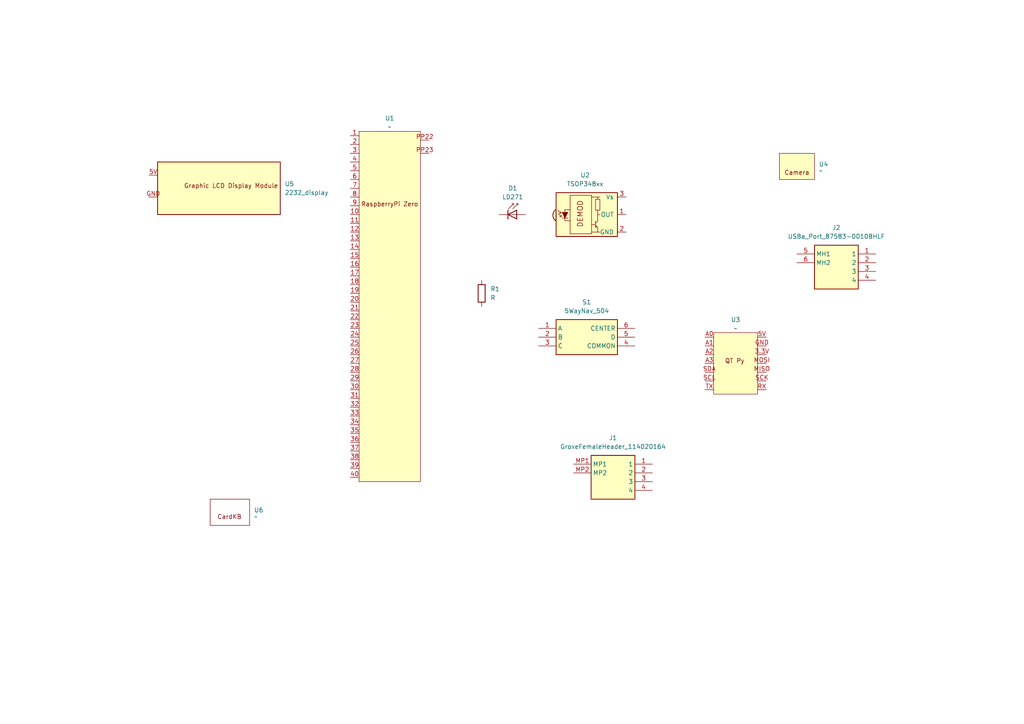
<source format=kicad_sch>
(kicad_sch (version 20231120) (generator "eeschema") (generator_version "8.0")
  (paper "A4")
  (lib_symbols
    (symbol "Device:R" (pin_numbers hide) (pin_names (offset 0))
      (property "Reference" "R" (at 2.032 0 90))
      (property "Value" "R" (at 0 0 90))
      (symbol "R_0_1"
        (rectangle (start -1.016 -2.54) (end 1.016 2.54) (stroke (width 0.254)))
      )
      (symbol "R_1_1"
        (pin passive line (at 0 3.81 270) (length 1.27) (name "~") (number "1"))
        (pin passive line (at 0 -3.81 90) (length 1.27) (name "~") (number "2"))
      )
    )
    (symbol "Interface_Optical:TSOP348xx" (pin_names (offset 1.016))
      (property "Reference" "U" (at -10.16 7.62 0))
      (property "Value" "TSOP348xx" (at -10.16 -7.62 0))
      (symbol "TSOP348xx_0_0"
        (arc (start -10.287 1.397) (mid -11.0899 -0.1852) (end -10.287 -1.778) (stroke (width 0.254)) (fill (type background)))
        (polyline (pts (xy 1.905 -5.08) (xy 0.127 -5.08)))
        (polyline (pts (xy 1.905 5.08) (xy 0.127 5.08)))
        (text "DEMOD" (at -3.175 0.254 900) (effects (font (size 1.524 1.524))))
      )
      (symbol "TSOP348xx_0_1"
        (rectangle (start -6.096 5.588) (end 0.127 -5.588))
        (polyline (pts (xy -8.763 0.381) (xy -9.652 1.27)))
        (polyline (pts (xy -8.763 0.381) (xy -9.271 0.381)))
        (polyline (pts (xy -8.763 0.381) (xy -8.763 0.889)))
        (polyline (pts (xy -8.636 -0.635) (xy -9.525 0.254)))
        (polyline (pts (xy -8.636 -0.635) (xy -9.144 -0.635)))
        (polyline (pts (xy -8.636 -0.635) (xy -8.636 -0.127)))
        (polyline (pts (xy -8.382 -1.016) (xy -6.731 -1.016)))
        (polyline (pts (xy 1.27 -2.921) (xy 0.127 -2.921)))
        (polyline (pts (xy 1.27 -1.905) (xy 1.27 -3.81)))
        (polyline (pts (xy 1.397 -3.556) (xy 1.524 -3.556)))
        (polyline (pts (xy 1.651 -3.556) (xy 1.524 -3.556)))
        (polyline (pts (xy 1.651 -3.556) (xy 1.651 -3.302)))
        (polyline (pts (xy 1.905 0) (xy 1.905 1.27)))
        (polyline (pts (xy 1.905 4.445) (xy 1.905 5.08) (xy 2.54 5.08)))
        (polyline (pts (xy -8.382 0.635) (xy -6.731 0.635) (xy -7.62 -1.016) (xy -8.382 0.635)) (fill (type outline)))
        (polyline (pts (xy -6.096 1.397) (xy -7.62 1.397) (xy -7.62 -1.778) (xy -6.096 -1.778)))
        (polyline (pts (xy 1.27 -3.175) (xy 1.905 -3.81) (xy 1.905 -5.08) (xy 2.54 -5.08)))
        (polyline (pts (xy 1.27 -2.54) (xy 1.905 -1.905) (xy 1.905 0) (xy 2.54 0)))
        (rectangle (start 2.54 1.27) (end 1.27 4.445))
        (rectangle (start 7.62 6.35) (end -10.16 -6.35) (stroke (width 0.254)) (fill (type background)))
      )
      (symbol "TSOP348xx_1_1"
        (pin output line (at 10.16 0 180) (length 2.54) (name "OUT") (number "1"))
        (pin power_in line (at 10.16 -5.08 180) (length 2.54) (name "GND") (number "2"))
        (pin power_in line (at 10.16 5.08 180) (length 2.54) (name "Vs") (number "3"))
      )
    )
    (symbol "LED:LD271" (pin_numbers hide) (pin_names (offset 1.016) hide)
      (property "Reference" "D" (at 0.508 1.778 0))
      (property "Value" "LD271" (at -1.016 -2.794 0))
      (symbol "LD271_0_1"
        (polyline (pts (xy -2.54 1.27) (xy -2.54 -1.27)) (stroke (width 0.254)))
        (polyline (pts (xy 0 0) (xy -2.54 0)))
        (polyline (pts (xy 0.381 3.175) (xy -0.127 3.175)))
        (polyline (pts (xy -1.143 1.651) (xy 0.381 3.175) (xy 0.381 2.667)))
        (polyline (pts (xy 0 -1.27) (xy -2.54 0) (xy 0 1.27) (xy 0 -1.27)) (stroke (width 0.254)))
        (polyline (pts (xy -2.413 1.651) (xy -0.889 3.175) (xy -0.889 2.667) (xy -0.889 3.175) (xy -1.397 3.175)))
      )
      (symbol "LD271_1_1"
        (pin passive line (at -5.08 0 0) (length 2.54) (name "K") (number "1"))
        (pin passive line (at 2.54 0 180) (length 2.54) (name "A") (number "2"))
      )
    )
    (symbol "Whackberry_Symbols_Library:2232_display" (pin_names (offset 1.016))
      (property "Reference" "U" (at -17.78 8.382 0))
      (property "Value" "2232_display" (at -17.78 -8.382 0))
      (symbol "2232_display_0_0"
        (rectangle (start -17.78 -7.62) (end 17.78 7.62) (stroke (width 0.254)) (fill (type background)))
        (text "Graphic LCD Display Module" (at -10.16 0 0) (effects (font (size 1.27 1.27)) (justify left bottom)))
      )
      (symbol "2232_display_1_1"
        (pin bidirectional line (at -20.32 3.81 0) (length 2.54) (name "") (number "5V"))
        (pin bidirectional line (at -20.32 -2.54 0) (length 2.54) (name "") (number "GND"))
      )
    )
    (symbol "Whackberry_Symbols_Library:5WayNav_504"
      (property "Reference" "S" (at 24.13 7.62 0))
      (property "Value" "5WayNav_504" (at 24.13 5.08 0))
      (symbol "5WayNav_504_1_1"
        (rectangle (start 5.08 2.54) (end 22.86 -7.62) (stroke (width 0.254)) (fill (type background)))
        (pin passive line (at 0 0 0) (length 5.08) (name "A") (number "1"))
        (pin passive line (at 0 -2.54 0) (length 5.08) (name "B") (number "2"))
        (pin passive line (at 0 -5.08 0) (length 5.08) (name "C") (number "3"))
        (pin passive line (at 27.94 -5.08 180) (length 5.08) (name "COMMON") (number "4"))
        (pin passive line (at 27.94 -2.54 180) (length 5.08) (name "D") (number "5"))
        (pin passive line (at 27.94 0 180) (length 5.08) (name "CENTER") (number "6"))
      )
    )
    (symbol "Whackberry_Symbols_Library:Camera"
      (property "Reference" "U" (at 0 0 0))
      (symbol "Camera_1_1"
        (rectangle (start -5.08 3.81) (end 5.08 -3.81) (fill (type background)))
        (text "Camera" (at 0 -1.778 0) (effects (font (size 1.27 1.27))))
      )
    )
    (symbol "Whackberry_Symbols_Library:GroveFemaleHeader_114020164"
      (property "Reference" "J" (at 19.05 7.62 0))
      (property "Value" "GroveFemaleHeader_114020164" (at 19.05 5.08 0))
      (symbol "GroveFemaleHeader_114020164_1_1"
        (rectangle (start 5.08 2.54) (end 17.78 -10.16) (stroke (width 0.254)) (fill (type background)))
        (pin passive line (at 22.86 0 180) (length 5.08) (name "1") (number "1"))
        (pin passive line (at 22.86 -2.54 180) (length 5.08) (name "2") (number "2"))
        (pin passive line (at 22.86 -5.08 180) (length 5.08) (name "3") (number "3"))
        (pin passive line (at 22.86 -7.62 180) (length 5.08) (name "4") (number "4"))
        (pin passive line (at 0 0 0) (length 5.08) (name "MP1") (number "MP1"))
        (pin passive line (at 0 -2.54 0) (length 5.08) (name "MP2") (number "MP2"))
      )
    )
    (symbol "Whackberry_Symbols_Library:KardKB"
      (property "Reference" "U?" (at 0 0 0))
      (symbol "KardKB_0_1"
        (rectangle (start -3.81 2.54) (end 7.62 -5.08))
      )
      (symbol "KardKB_1_1"
        (text "CardKB" (at 1.778 -2.54 0) (effects (font (size 1.27 1.27))))
      )
    )
    (symbol "Whackberry_Symbols_Library:QTPy"
      (property "Reference" "U?" (at 0 0 0))
      (symbol "QTPy_1_1"
        (rectangle (start -6.35 -3.81) (end 6.35 -21.59) (fill (type background)))
        (text "QT Py" (at -0.254 -11.938 0) (effects (font (size 1.27 1.27))))
        (pin bidirectional line (at 8.89 -10.16 180) (length 2.54) (name "") (number "3.3V"))
        (pin bidirectional line (at 8.89 -5.08 180) (length 2.54) (name "") (number "5V"))
        (pin bidirectional line (at -8.89 -5.08 0) (length 2.54) (name "") (number "A0"))
        (pin bidirectional line (at -8.89 -7.62 0) (length 2.54) (name "") (number "A1"))
        (pin bidirectional line (at -8.89 -10.16 0) (length 2.54) (name "") (number "A2"))
        (pin bidirectional line (at -8.89 -12.7 0) (length 2.54) (name "") (number "A3"))
        (pin bidirectional line (at 8.89 -7.62 180) (length 2.54) (name "") (number "GND"))
        (pin bidirectional line (at 8.89 -15.24 180) (length 2.54) (name "") (number "MISO"))
        (pin bidirectional line (at 8.89 -12.7 180) (length 2.54) (name "") (number "MOSI"))
        (pin bidirectional line (at 8.89 -20.32 180) (length 2.54) (name "") (number "RX"))
        (pin bidirectional line (at 8.89 -17.78 180) (length 2.54) (name "") (number "SCK"))
        (pin bidirectional line (at -8.89 -17.78 0) (length 2.54) (name "") (number "SCL"))
        (pin bidirectional line (at -8.89 -15.24 0) (length 2.54) (name "") (number "SDA"))
        (pin bidirectional line (at -8.89 -20.32 0) (length 2.54) (name "") (number "TX"))
      )
    )
    (symbol "Whackberry_Symbols_Library:RPi_Zero"
      (property "Reference" "U" (at 0 0 0))
      (symbol "RPi_Zero_1_1"
        (rectangle (start -3.81 -1.27) (end 13.97 -102.87) (fill (type background)))
        (text "RaspberryPi Zero" (at 5.08 -22.352 0) (effects (font (size 1.27 1.27))))
        (pin bidirectional line (at -6.35 -2.54 0) (length 2.54) (name "") (number "1"))
        (pin bidirectional line (at -6.35 -25.4 0) (length 2.54) (name "") (number "10"))
        (pin bidirectional line (at -6.35 -27.94 0) (length 2.54) (name "") (number "11"))
        (pin bidirectional line (at -6.35 -30.48 0) (length 2.54) (name "") (number "12"))
        (pin bidirectional line (at -6.35 -33.02 0) (length 2.54) (name "") (number "13"))
        (pin bidirectional line (at -6.35 -35.56 0) (length 2.54) (name "") (number "14"))
        (pin bidirectional line (at -6.35 -38.1 0) (length 2.54) (name "") (number "15"))
        (pin bidirectional line (at -6.35 -40.64 0) (length 2.54) (name "") (number "16"))
        (pin bidirectional line (at -6.35 -43.18 0) (length 2.54) (name "") (number "17"))
        (pin bidirectional line (at -6.35 -45.72 0) (length 2.54) (name "") (number "18"))
        (pin bidirectional line (at -6.35 -48.26 0) (length 2.54) (name "") (number "19"))
        (pin bidirectional line (at -6.35 -5.08 0) (length 2.54) (name "") (number "2"))
        (pin bidirectional line (at -6.35 -50.8 0) (length 2.54) (name "") (number "20"))
        (pin bidirectional line (at -6.35 -53.34 0) (length 2.54) (name "") (number "21"))
        (pin bidirectional line (at -6.35 -55.88 0) (length 2.54) (name "") (number "22"))
        (pin bidirectional line (at -6.35 -58.42 0) (length 2.54) (name "") (number "23"))
        (pin bidirectional line (at -6.35 -60.96 0) (length 2.54) (name "") (number "24"))
        (pin bidirectional line (at -6.35 -63.5 0) (length 2.54) (name "") (number "25"))
        (pin bidirectional line (at -6.35 -66.04 0) (length 2.54) (name "") (number "26"))
        (pin bidirectional line (at -6.35 -68.58 0) (length 2.54) (name "") (number "27"))
        (pin bidirectional line (at -6.35 -71.12 0) (length 2.54) (name "") (number "28"))
        (pin bidirectional line (at -6.35 -73.66 0) (length 2.54) (name "") (number "29"))
        (pin bidirectional line (at -6.35 -7.62 0) (length 2.54) (name "") (number "3"))
        (pin bidirectional line (at -6.35 -76.2 0) (length 2.54) (name "") (number "30"))
        (pin bidirectional line (at -6.35 -78.74 0) (length 2.54) (name "") (number "31"))
        (pin bidirectional line (at -6.35 -81.28 0) (length 2.54) (name "") (number "32"))
        (pin bidirectional line (at -6.35 -83.82 0) (length 2.54) (name "") (number "33"))
        (pin bidirectional line (at -6.35 -86.36 0) (length 2.54) (name "") (number "34"))
        (pin bidirectional line (at -6.35 -88.9 0) (length 2.54) (name "") (number "35"))
        (pin bidirectional line (at -6.35 -91.44 0) (length 2.54) (name "") (number "36"))
        (pin bidirectional line (at -6.35 -93.98 0) (length 2.54) (name "") (number "37"))
        (pin bidirectional line (at -6.35 -96.52 0) (length 2.54) (name "") (number "38"))
        (pin bidirectional line (at -6.35 -99.06 0) (length 2.54) (name "") (number "39"))
        (pin bidirectional line (at -6.35 -10.16 0) (length 2.54) (name "") (number "4"))
        (pin bidirectional line (at -6.35 -101.6 0) (length 2.54) (name "") (number "40"))
        (pin bidirectional line (at -6.35 -12.7 0) (length 2.54) (name "") (number "5"))
        (pin bidirectional line (at -6.35 -15.24 0) (length 2.54) (name "") (number "6"))
        (pin bidirectional line (at -6.35 -17.78 0) (length 2.54) (name "") (number "7"))
        (pin bidirectional line (at -6.35 -20.32 0) (length 2.54) (name "") (number "8"))
        (pin bidirectional line (at -6.35 -22.86 0) (length 2.54) (name "") (number "9"))
        (pin bidirectional line (at 16.51 -3.81 180) (length 2.54) (name "") (number "PP22"))
        (pin bidirectional line (at 16.51 -7.62 180) (length 2.54) (name "") (number "PP23"))
      )
    )
    (symbol "Whackberry_Symbols_Library:USBa_Port_87583-0010BHLF"
      (property "Reference" "J" (at 19.05 7.62 0))
      (property "Value" "USBa_Port_87583-0010BHLF" (at 19.05 5.08 0))
      (symbol "USBa_Port_87583-0010BHLF_1_1"
        (rectangle (start 5.08 2.54) (end 17.78 -10.16) (stroke (width 0.254)) (fill (type background)))
        (pin passive line (at 22.86 0 180) (length 5.08) (name "1") (number "1"))
        (pin passive line (at 22.86 -2.54 180) (length 5.08) (name "2") (number "2"))
        (pin passive line (at 22.86 -5.08 180) (length 5.08) (name "3") (number "3"))
        (pin passive line (at 22.86 -7.62 180) (length 5.08) (name "4") (number "4"))
        (pin passive line (at 0 0 0) (length 5.08) (name "MH1") (number "5"))
        (pin passive line (at 0 -2.54 0) (length 5.08) (name "MH2") (number "6"))
      )
    )
  )
  (symbol (lib_id "Device:R") (at 139.7 85.09 0) (unit 1)
    (property "Reference" "R1" (at 142.24 83.8199 0) (effects (justify left)))
    (property "Value" "R" (at 142.24 86.3599 0) (effects (justify left)))
    (property "Description" "Resistor" (effects (hide yes)))
  )
  (symbol (lib_id "Whackberry_Symbols_Library:USBa_Port_87583-0010BHLF") (at 231.14 73.66 0) (unit 1)
    (property "Reference" "J2" (at 242.57 66.04 0))
    (property "Value" "USBa_Port_87583-0010BHLF" (at 242.57 68.58 0))
    (property "Footprint" "Whackberry_Parts_Library:USBa_Port_875830010BHLF" (effects (hide yes)))
    (property "Datasheet" "https://cdn.amphenol-cs.com/media/wysiwyg/files/documentation/datasheet/ssio/ssio_pcie_gen3.pdf" (effects (hide yes)))
    (property "Description" "USB 2.0, Input Output Connectors, Receptacle, Type A, Standard, Right Angle, Surface Mount, Single Deck, 4 Positions" (effects (hide yes)))
    (property "Height" "7.94" (effects (hide yes)))
    (property "Manufacturer_Name" "Amphenol Communications Solutions" (effects (hide yes)))
    (property "Manufacturer_Part_Number" "87583-0010BHLF" (effects (hide yes)))
  )
  (symbol (lib_id "Whackberry_Symbols_Library:Camera") (at 231.14 48.26 0) (unit 1)
    (property "Reference" "U4" (at 237.49 47.6249 0) (effects (justify left)))
    (property "Value" "~" (at 237.49 49.53 0) (effects (justify left)))
    (property "Footprint" "Whackberry_Parts_Library:Camera" (effects (hide yes)))
  )
  (symbol (lib_id "LED:LD271") (at 149.86 62.23 0) (unit 1)
    (property "Reference" "D1" (at 148.717 54.61 0))
    (property "Value" "LD271" (at 148.717 57.15 0))
    (property "Footprint" "LED_THT:LED_D5.0mm_IRGrey" (effects (hide yes)))
    (property "Datasheet" "http://www.alliedelec.com/m/d/40788c34903a719969df15f1fbea1056.pdf" (effects (hide yes)))
    (property "Description" "940nm IR-LED, 5mm" (effects (hide yes)))
  )
  (symbol (lib_id "Whackberry_Symbols_Library:RPi_Zero") (at 107.95 36.83 0) (unit 1)
    (property "Reference" "U1" (at 113.03 34.29 0))
    (property "Value" "~" (at 113.03 36.83 0))
    (property "Footprint" "Whackberry_Parts_Library:Modified_Raspberry_Pi_Zero_Socketed_THT_FaceDown_MountingHoles" (effects (hide yes)))
  )
  (symbol (lib_id "Whackberry_Symbols_Library:KardKB") (at 64.77 147.32 0) (unit 1)
    (property "Reference" "U6" (at 73.66 147.9549 0) (effects (justify left)))
    (property "Value" "~" (at 73.66 149.86 0) (effects (justify left)))
    (property "Footprint" "Whackberry_Parts_Library:CardKB" (effects (hide yes)))
  )
  (symbol (lib_id "Whackberry_Symbols_Library:GroveFemaleHeader_114020164") (at 166.37 134.62 0) (unit 1)
    (property "Reference" "J1" (at 177.8 127 0))
    (property "Value" "GroveFemaleHeader_114020164" (at 177.8 129.54 0))
    (property "Footprint" "Whackberry_Parts_Library:GroveFemaleHeader_114020164" (effects (hide yes)))
    (property "Datasheet" "https://files.seeedstudio.com/products/114020164/res/Grove%20Female%20Header%20-%20SMD-4P-2.0mm-90D%20Datasheet.pdf" (effects (hide yes)))
    (property "Description" "Seeed Studio Accessories Grove Female Header - SMD-4P-2.0mm-90D-20Pcs" (effects (hide yes)))
    (property "Height" "5.45" (effects (hide yes)))
    (property "Mouser Part Number" "713-114020164" (effects (hide yes)))
    (property "Mouser Price/Stock" "https://www.mouser.co.uk/ProductDetail/Seeed-Studio/114020164?qs=7MVldsJ5Uayw%2FOfizq4F8w%3D%3D" (effects (hide yes)))
    (property "Manufacturer_Name" "Seeed Studio" (effects (hide yes)))
    (property "Manufacturer_Part_Number" "114020164" (effects (hide yes)))
  )
  (symbol (lib_id "Interface_Optical:TSOP348xx") (at 171.45 62.23 0) (unit 1)
    (property "Reference" "U2" (at 169.715 50.8 0))
    (property "Value" "TSOP348xx" (at 169.715 53.34 0))
    (property "Footprint" "OptoDevice:Vishay_MOLD-3Pin" (effects (hide yes)))
    (property "Datasheet" "https://www.vishay.com/docs/82489/tsop322.pdf" (effects (hide yes)))
    (property "Description" "IR Receiver Modules for Remote Control Systems" (effects (hide yes)))
  )
  (symbol (lib_id "Whackberry_Symbols_Library:QTPy") (at 213.36 92.71 0) (unit 1)
    (property "Reference" "U3" (at 213.36 92.71 0))
    (property "Value" "~" (at 213.36 95.25 0))
    (property "Footprint" "Whackberry_Parts_Library:QT_Py" (effects (hide yes)))
  )
  (symbol (lib_id "Whackberry_Symbols_Library:5WayNav_504") (at 156.21 95.25 0) (unit 1)
    (property "Reference" "S1" (at 170.18 87.63 0))
    (property "Value" "5WayNav_504" (at 170.18 90.17 0))
    (property "Footprint" "Whackberry_Parts_Library:5WayNav_504" (effects (hide yes)))
    (property "Datasheet" "https://cdn-shop.adafruit.com/datasheets/SKQUCAA010-ALPS.pdf" (effects (hide yes)))
    (property "Description" "Adafruit Accessories Thru-hole 5-way Navigation Switch ,SKQUCAA010" (effects (hide yes)))
    (property "Height" "10" (effects (hide yes)))
    (property "Mouser Part Number" "485-504" (effects (hide yes)))
    (property "Mouser Price/Stock" "https://www.mouser.co.uk/ProductDetail/Adafruit/504?qs=GURawfaeGuDZqvgMgBwIbQ%3D%3D" (effects (hide yes)))
    (property "Manufacturer_Name" "Adafruit" (effects (hide yes)))
    (property "Manufacturer_Part_Number" "504" (effects (hide yes)))
  )
  (symbol (lib_id "Whackberry_Symbols_Library:2232_display") (at 63.5 54.61 0) (unit 1)
    (property "Reference" "U5" (at 82.55 53.3399 0) (effects (justify left)))
    (property "Value" "2232_display" (at 82.55 55.8799 0) (effects (justify left)))
    (property "Footprint" "Whackberry_Parts_Library:Display_MODULE_2232" (effects (hide yes)))
    (property "PARTREV" "N/A" (effects (hide yes)))
    (property "STANDARD" "Manufacturer Recommendations" (effects (hide yes)))
    (property "MANUFACTURER" "Adafruit Industries LLC" (effects (hide yes)))
  )
)
</source>
